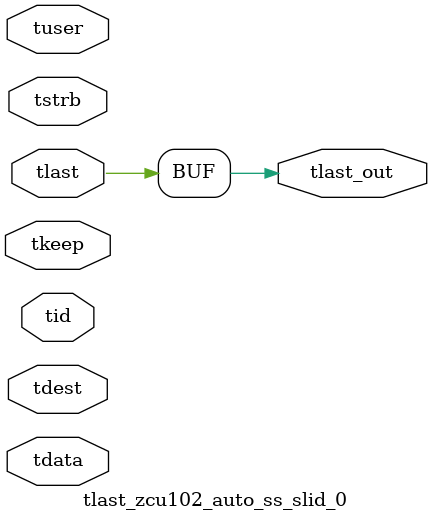
<source format=v>


`timescale 1ps/1ps

module tlast_zcu102_auto_ss_slid_0 #
(
parameter C_S_AXIS_TID_WIDTH   = 1,
parameter C_S_AXIS_TUSER_WIDTH = 0,
parameter C_S_AXIS_TDATA_WIDTH = 0,
parameter C_S_AXIS_TDEST_WIDTH = 0
)
(
input  [(C_S_AXIS_TID_WIDTH   == 0 ? 1 : C_S_AXIS_TID_WIDTH)-1:0       ] tid,
input  [(C_S_AXIS_TDATA_WIDTH == 0 ? 1 : C_S_AXIS_TDATA_WIDTH)-1:0     ] tdata,
input  [(C_S_AXIS_TUSER_WIDTH == 0 ? 1 : C_S_AXIS_TUSER_WIDTH)-1:0     ] tuser,
input  [(C_S_AXIS_TDEST_WIDTH == 0 ? 1 : C_S_AXIS_TDEST_WIDTH)-1:0     ] tdest,
input  [(C_S_AXIS_TDATA_WIDTH/8)-1:0 ] tkeep,
input  [(C_S_AXIS_TDATA_WIDTH/8)-1:0 ] tstrb,
input  [0:0]                                                             tlast,
output                                                                   tlast_out
);

assign tlast_out = {tlast};

endmodule


</source>
